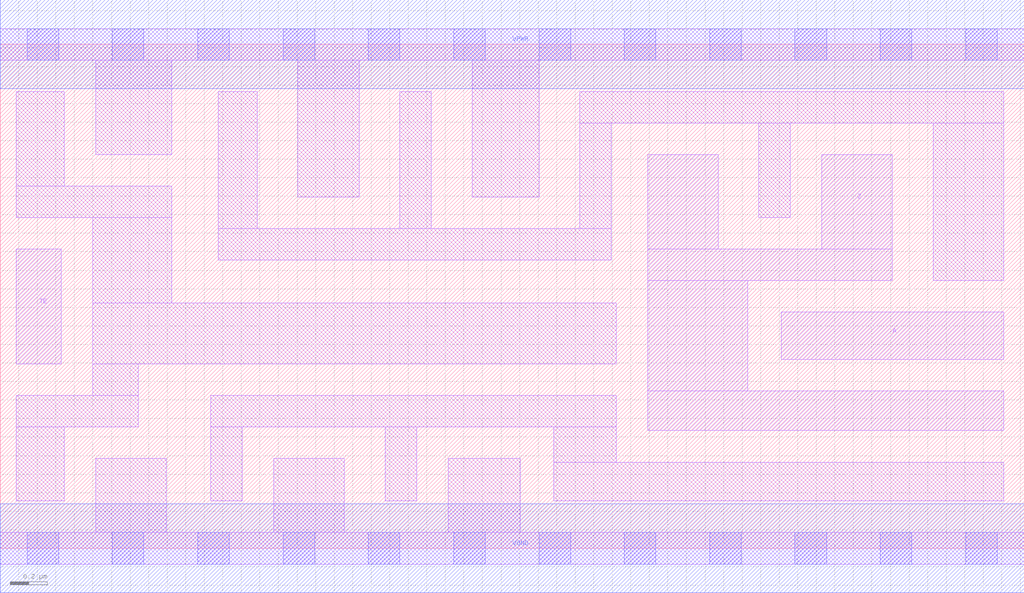
<source format=lef>
# Copyright 2020 The SkyWater PDK Authors
#
# Licensed under the Apache License, Version 2.0 (the "License");
# you may not use this file except in compliance with the License.
# You may obtain a copy of the License at
#
#     https://www.apache.org/licenses/LICENSE-2.0
#
# Unless required by applicable law or agreed to in writing, software
# distributed under the License is distributed on an "AS IS" BASIS,
# WITHOUT WARRANTIES OR CONDITIONS OF ANY KIND, either express or implied.
# See the License for the specific language governing permissions and
# limitations under the License.
#
# SPDX-License-Identifier: Apache-2.0

VERSION 5.7 ;
BUSBITCHARS "[]" ;
DIVIDERCHAR "/" ;
PROPERTYDEFINITIONS
  MACRO maskLayoutSubType STRING ;
  MACRO prCellType STRING ;
  MACRO originalViewName STRING ;
END PROPERTYDEFINITIONS
MACRO sky130_fd_sc_hdll__einvp_4
  ORIGIN  0.000000  0.000000 ;
  CLASS CORE ;
  SYMMETRY X Y R90 ;
  SIZE  5.520000 BY  2.720000 ;
  SITE unithd ;
  PIN A
    ANTENNAGATEAREA  1.110000 ;
    DIRECTION INPUT ;
    USE SIGNAL ;
    PORT
      LAYER li1 ;
        RECT 4.210000 1.020000 5.410000 1.275000 ;
    END
  END A
  PIN TE
    ANTENNAGATEAREA  0.667500 ;
    DIRECTION INPUT ;
    USE SIGNAL ;
    PORT
      LAYER li1 ;
        RECT 0.085000 0.995000 0.330000 1.615000 ;
    END
  END TE
  PIN Z
    ANTENNADIFFAREA  0.996000 ;
    DIRECTION OUTPUT ;
    USE SIGNAL ;
    PORT
      LAYER li1 ;
        RECT 3.490000 0.635000 5.410000 0.850000 ;
        RECT 3.490000 0.850000 4.030000 1.445000 ;
        RECT 3.490000 1.445000 4.810000 1.615000 ;
        RECT 3.490000 1.615000 3.870000 2.125000 ;
        RECT 4.430000 1.615000 4.810000 2.125000 ;
    END
  END Z
  PIN VGND
    DIRECTION INOUT ;
    USE GROUND ;
    PORT
      LAYER met1 ;
        RECT 0.000000 -0.240000 5.520000 0.240000 ;
    END
  END VGND
  PIN VPWR
    DIRECTION INOUT ;
    USE POWER ;
    PORT
      LAYER met1 ;
        RECT 0.000000 2.480000 5.520000 2.960000 ;
    END
  END VPWR
  OBS
    LAYER li1 ;
      RECT 0.000000 -0.085000 5.520000 0.085000 ;
      RECT 0.000000  2.635000 5.520000 2.805000 ;
      RECT 0.085000  0.255000 0.345000 0.655000 ;
      RECT 0.085000  0.655000 0.745000 0.825000 ;
      RECT 0.085000  1.785000 0.925000 1.955000 ;
      RECT 0.085000  1.955000 0.345000 2.465000 ;
      RECT 0.500000  0.825000 0.745000 0.995000 ;
      RECT 0.500000  0.995000 3.320000 1.325000 ;
      RECT 0.500000  1.325000 0.925000 1.785000 ;
      RECT 0.515000  0.085000 0.895000 0.485000 ;
      RECT 0.515000  2.125000 0.925000 2.635000 ;
      RECT 1.135000  0.255000 1.305000 0.655000 ;
      RECT 1.135000  0.655000 3.320000 0.825000 ;
      RECT 1.175000  1.555000 3.295000 1.725000 ;
      RECT 1.175000  1.725000 1.385000 2.465000 ;
      RECT 1.475000  0.085000 1.855000 0.485000 ;
      RECT 1.605000  1.895000 1.935000 2.635000 ;
      RECT 2.075000  0.255000 2.245000 0.655000 ;
      RECT 2.155000  1.725000 2.325000 2.465000 ;
      RECT 2.415000  0.085000 2.805000 0.485000 ;
      RECT 2.545000  1.895000 2.905000 2.635000 ;
      RECT 2.985000  0.255000 5.410000 0.465000 ;
      RECT 2.985000  0.465000 3.320000 0.655000 ;
      RECT 3.125000  1.725000 3.295000 2.295000 ;
      RECT 3.125000  2.295000 5.410000 2.465000 ;
      RECT 4.090000  1.785000 4.260000 2.295000 ;
      RECT 5.030000  1.445000 5.410000 2.295000 ;
    LAYER mcon ;
      RECT 0.145000 -0.085000 0.315000 0.085000 ;
      RECT 0.145000  2.635000 0.315000 2.805000 ;
      RECT 0.605000 -0.085000 0.775000 0.085000 ;
      RECT 0.605000  2.635000 0.775000 2.805000 ;
      RECT 1.065000 -0.085000 1.235000 0.085000 ;
      RECT 1.065000  2.635000 1.235000 2.805000 ;
      RECT 1.525000 -0.085000 1.695000 0.085000 ;
      RECT 1.525000  2.635000 1.695000 2.805000 ;
      RECT 1.985000 -0.085000 2.155000 0.085000 ;
      RECT 1.985000  2.635000 2.155000 2.805000 ;
      RECT 2.445000 -0.085000 2.615000 0.085000 ;
      RECT 2.445000  2.635000 2.615000 2.805000 ;
      RECT 2.905000 -0.085000 3.075000 0.085000 ;
      RECT 2.905000  2.635000 3.075000 2.805000 ;
      RECT 3.365000 -0.085000 3.535000 0.085000 ;
      RECT 3.365000  2.635000 3.535000 2.805000 ;
      RECT 3.825000 -0.085000 3.995000 0.085000 ;
      RECT 3.825000  2.635000 3.995000 2.805000 ;
      RECT 4.285000 -0.085000 4.455000 0.085000 ;
      RECT 4.285000  2.635000 4.455000 2.805000 ;
      RECT 4.745000 -0.085000 4.915000 0.085000 ;
      RECT 4.745000  2.635000 4.915000 2.805000 ;
      RECT 5.205000 -0.085000 5.375000 0.085000 ;
      RECT 5.205000  2.635000 5.375000 2.805000 ;
  END
  PROPERTY maskLayoutSubType "abstract" ;
  PROPERTY prCellType "standard" ;
  PROPERTY originalViewName "layout" ;
END sky130_fd_sc_hdll__einvp_4
END LIBRARY

</source>
